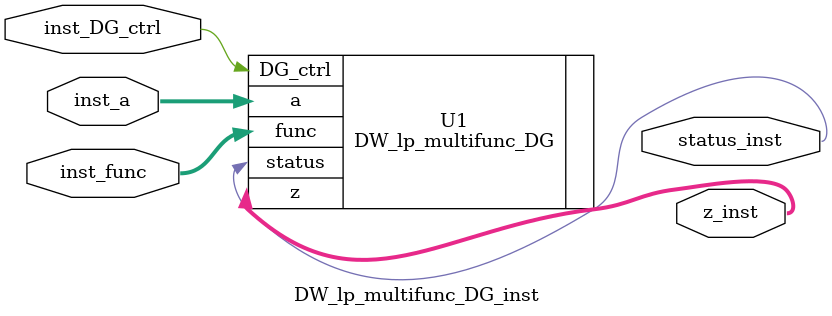
<source format=v>
module DW_lp_multifunc_DG_inst( inst_a, inst_func, inst_DG_ctrl, z_inst, status_inst );

parameter inst_op_width = 24;
parameter inst_func_select = 127;

input [inst_op_width : 0] inst_a;
input [15 : 0] inst_func;
input inst_DG_ctrl;
output [inst_op_width+1 : 0] z_inst;
output status_inst;

    // Instance of DW_lp_multifunc_DG
    DW_lp_multifunc_DG #(inst_op_width, inst_func_select) U1 (
			.a(inst_a),
			.func(inst_func),
			.DG_ctrl(inst_DG_ctrl),
			.z(z_inst),
			.status(status_inst) );

endmodule

</source>
